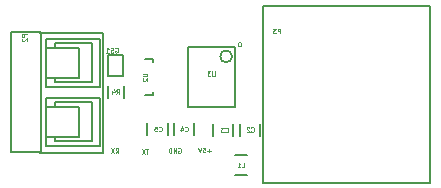
<source format=gbo>
G04 #@! TF.FileFunction,Legend,Bot*
%FSLAX46Y46*%
G04 Gerber Fmt 4.6, Leading zero omitted, Abs format (unit mm)*
G04 Created by KiCad (PCBNEW 4.0.4-stable) date 12/27/16 16:45:08*
%MOMM*%
%LPD*%
G01*
G04 APERTURE LIST*
%ADD10C,0.100000*%
%ADD11C,0.150000*%
%ADD12C,0.200000*%
%ADD13C,0.090000*%
G04 APERTURE END LIST*
D10*
X156470285Y-103965371D02*
X156165523Y-103965371D01*
X156317904Y-104117752D02*
X156317904Y-103812990D01*
X155784571Y-103717752D02*
X155975047Y-103717752D01*
X155994095Y-103908229D01*
X155975047Y-103889181D01*
X155936952Y-103870133D01*
X155841714Y-103870133D01*
X155803618Y-103889181D01*
X155784571Y-103908229D01*
X155765523Y-103946324D01*
X155765523Y-104041562D01*
X155784571Y-104079657D01*
X155803618Y-104098705D01*
X155841714Y-104117752D01*
X155936952Y-104117752D01*
X155975047Y-104098705D01*
X155994095Y-104079657D01*
X155651238Y-103717752D02*
X155517904Y-104117752D01*
X155384571Y-103717752D01*
X153720762Y-103787600D02*
X153758857Y-103768552D01*
X153816000Y-103768552D01*
X153873143Y-103787600D01*
X153911238Y-103825695D01*
X153930286Y-103863790D01*
X153949334Y-103939981D01*
X153949334Y-103997124D01*
X153930286Y-104073314D01*
X153911238Y-104111410D01*
X153873143Y-104149505D01*
X153816000Y-104168552D01*
X153777905Y-104168552D01*
X153720762Y-104149505D01*
X153701714Y-104130457D01*
X153701714Y-103997124D01*
X153777905Y-103997124D01*
X153530286Y-104168552D02*
X153530286Y-103768552D01*
X153301714Y-104168552D01*
X153301714Y-103768552D01*
X153111238Y-104168552D02*
X153111238Y-103768552D01*
X153016000Y-103768552D01*
X152958857Y-103787600D01*
X152920762Y-103825695D01*
X152901714Y-103863790D01*
X152882666Y-103939981D01*
X152882666Y-103997124D01*
X152901714Y-104073314D01*
X152920762Y-104111410D01*
X152958857Y-104149505D01*
X153016000Y-104168552D01*
X153111238Y-104168552D01*
X151180762Y-103819352D02*
X150952190Y-103819352D01*
X151066476Y-104219352D02*
X151066476Y-103819352D01*
X150856952Y-103819352D02*
X150590285Y-104219352D01*
X150590285Y-103819352D02*
X150856952Y-104219352D01*
X148402666Y-104168552D02*
X148536000Y-103978076D01*
X148631238Y-104168552D02*
X148631238Y-103768552D01*
X148478857Y-103768552D01*
X148440762Y-103787600D01*
X148421714Y-103806648D01*
X148402666Y-103844743D01*
X148402666Y-103901886D01*
X148421714Y-103939981D01*
X148440762Y-103959029D01*
X148478857Y-103978076D01*
X148631238Y-103978076D01*
X148269333Y-103768552D02*
X148002666Y-104168552D01*
X148002666Y-103768552D02*
X148269333Y-104168552D01*
D11*
X141986000Y-93980000D02*
X147320000Y-93980000D01*
X147320000Y-93980000D02*
X147320000Y-104140000D01*
X147320000Y-104140000D02*
X141986000Y-104140000D01*
X145288000Y-95260400D02*
X145288000Y-97800400D01*
X145288000Y-97800400D02*
X142494000Y-97800400D01*
X142494000Y-95260400D02*
X142494000Y-97800400D01*
X145288000Y-95260400D02*
X142494000Y-95260400D01*
X145288000Y-100264200D02*
X145288000Y-102804200D01*
X145288000Y-102804200D02*
X142494000Y-102804200D01*
X142494000Y-100264200D02*
X142494000Y-102804200D01*
X145288000Y-100264200D02*
X142494000Y-100264200D01*
X142494000Y-103566200D02*
X147066000Y-103566200D01*
X142494000Y-94498400D02*
X147066000Y-94498400D01*
X147066000Y-99502200D02*
X147066000Y-103566200D01*
X147066000Y-99502200D02*
X142494000Y-99502200D01*
X147066000Y-98562400D02*
X147066000Y-94498400D01*
X147066000Y-98562400D02*
X142494000Y-98562400D01*
X146431000Y-103185200D02*
X143256000Y-103185200D01*
X146431000Y-103185200D02*
X146431000Y-99883200D01*
X146431000Y-99883200D02*
X143256000Y-99883200D01*
X146431000Y-98181400D02*
X143256000Y-98181400D01*
X146431000Y-98181400D02*
X146431000Y-94879400D01*
X146431000Y-94879400D02*
X143256000Y-94879400D01*
X143256000Y-94879400D02*
X143256000Y-95260400D01*
X143256000Y-98181400D02*
X143256000Y-97800400D01*
X143256000Y-99883200D02*
X143256000Y-100264200D01*
X143256000Y-103185200D02*
X143256000Y-102804200D01*
X142113000Y-93940000D02*
X139573000Y-93940000D01*
X141097000Y-104125000D02*
X142113000Y-104125000D01*
X139573000Y-93940000D02*
X139573000Y-104125000D01*
X139573000Y-104125000D02*
X141097000Y-104125000D01*
X142494000Y-94498400D02*
X142494000Y-94879400D01*
X142494000Y-98562400D02*
X142494000Y-98181400D01*
X142494000Y-98181400D02*
X142494000Y-94879400D01*
X142113000Y-93940000D02*
X142113000Y-94879400D01*
X142113000Y-94879400D02*
X142113000Y-98181400D01*
X142113000Y-98181400D02*
X142113000Y-99883200D01*
X142113000Y-104125000D02*
X142113000Y-103185200D01*
X142113000Y-103185200D02*
X142113000Y-99883200D01*
X142494000Y-103566200D02*
X142494000Y-103185200D01*
X142494000Y-99502200D02*
X142494000Y-99883200D01*
X142494000Y-99883200D02*
X142494000Y-103185200D01*
X151551000Y-96450840D02*
X151551000Y-96499100D01*
X150849960Y-99249820D02*
X151551000Y-99249820D01*
X151551000Y-99249820D02*
X151551000Y-99000900D01*
X151551000Y-96450840D02*
X151551000Y-96250180D01*
X151551000Y-96250180D02*
X150849960Y-96250180D01*
D12*
X158500000Y-95239200D02*
X154500000Y-95239200D01*
X154500000Y-95239200D02*
X154500000Y-100239200D01*
X154500000Y-100239200D02*
X158500000Y-100239200D01*
X158500000Y-100239200D02*
X158500000Y-95239200D01*
X158250000Y-95989200D02*
G75*
G03X158250000Y-95989200I-500000J0D01*
G01*
D11*
X159500000Y-106050000D02*
X158500000Y-106050000D01*
X158500000Y-104350000D02*
X159500000Y-104350000D01*
X160906880Y-106680860D02*
X175003880Y-106680860D01*
X175003880Y-91694860D02*
X160906880Y-91694860D01*
X160906880Y-106680860D02*
X160906880Y-91694860D01*
X175003880Y-106680860D02*
X175003880Y-91694860D01*
X149035000Y-95866500D02*
X149035000Y-97644500D01*
X147765000Y-97644500D02*
X147765000Y-95866500D01*
X147765000Y-95866500D02*
X149035000Y-95866500D01*
X149035000Y-97644500D02*
X147765000Y-97644500D01*
X149075000Y-99500000D02*
X149075000Y-98500000D01*
X147725000Y-98500000D02*
X147725000Y-99500000D01*
X153328000Y-102659000D02*
X153328000Y-101659000D01*
X155028000Y-101659000D02*
X155028000Y-102659000D01*
X151093000Y-102659000D02*
X151093000Y-101659000D01*
X152793000Y-101659000D02*
X152793000Y-102659000D01*
X156650000Y-102700000D02*
X156650000Y-101700000D01*
X158350000Y-101700000D02*
X158350000Y-102700000D01*
X158916000Y-102700000D02*
X158916000Y-101700000D01*
X160616000Y-101700000D02*
X160616000Y-102700000D01*
D13*
X140853952Y-94104762D02*
X140453952Y-94104762D01*
X140453952Y-94257143D01*
X140473000Y-94295238D01*
X140492048Y-94314286D01*
X140530143Y-94333334D01*
X140587286Y-94333334D01*
X140625381Y-94314286D01*
X140644429Y-94295238D01*
X140663476Y-94257143D01*
X140663476Y-94104762D01*
X140492048Y-94485714D02*
X140473000Y-94504762D01*
X140453952Y-94542857D01*
X140453952Y-94638095D01*
X140473000Y-94676191D01*
X140492048Y-94695238D01*
X140530143Y-94714286D01*
X140568238Y-94714286D01*
X140625381Y-94695238D01*
X140853952Y-94466667D01*
X140853952Y-94714286D01*
X150681712Y-97445238D02*
X151005522Y-97445238D01*
X151043617Y-97464286D01*
X151062665Y-97483333D01*
X151081712Y-97521429D01*
X151081712Y-97597619D01*
X151062665Y-97635714D01*
X151043617Y-97654762D01*
X151005522Y-97673810D01*
X150681712Y-97673810D01*
X150719808Y-97845238D02*
X150700760Y-97864286D01*
X150681712Y-97902381D01*
X150681712Y-97997619D01*
X150700760Y-98035715D01*
X150719808Y-98054762D01*
X150757903Y-98073810D01*
X150795998Y-98073810D01*
X150853141Y-98054762D01*
X151081712Y-97826191D01*
X151081712Y-98073810D01*
X156804762Y-97266152D02*
X156804762Y-97589962D01*
X156785714Y-97628057D01*
X156766667Y-97647105D01*
X156728571Y-97666152D01*
X156652381Y-97666152D01*
X156614286Y-97647105D01*
X156595238Y-97628057D01*
X156576190Y-97589962D01*
X156576190Y-97266152D01*
X156423809Y-97266152D02*
X156176190Y-97266152D01*
X156309523Y-97418533D01*
X156252381Y-97418533D01*
X156214285Y-97437581D01*
X156195238Y-97456629D01*
X156176190Y-97494724D01*
X156176190Y-97589962D01*
X156195238Y-97628057D01*
X156214285Y-97647105D01*
X156252381Y-97666152D01*
X156366666Y-97666152D01*
X156404762Y-97647105D01*
X156423809Y-97628057D01*
D10*
X158938095Y-94810390D02*
X158861905Y-94810390D01*
X158785714Y-94848486D01*
X158747619Y-94924676D01*
X158747619Y-95000867D01*
X158785714Y-95077057D01*
X158861905Y-95115152D01*
X158938095Y-95115152D01*
X159014286Y-95077057D01*
X159052381Y-95000867D01*
X159052381Y-94924676D01*
X159014286Y-94848486D01*
X158938095Y-94810390D01*
D13*
X159066667Y-105380952D02*
X159257143Y-105380952D01*
X159257143Y-104980952D01*
X158723809Y-105380952D02*
X158952381Y-105380952D01*
X158838095Y-105380952D02*
X158838095Y-104980952D01*
X158876190Y-105038095D01*
X158914285Y-105076190D01*
X158952381Y-105095238D01*
X162347238Y-94033952D02*
X162347238Y-93633952D01*
X162194857Y-93633952D01*
X162156762Y-93653000D01*
X162137714Y-93672048D01*
X162118666Y-93710143D01*
X162118666Y-93767286D01*
X162137714Y-93805381D01*
X162156762Y-93824429D01*
X162194857Y-93843476D01*
X162347238Y-93843476D01*
X161985333Y-93633952D02*
X161737714Y-93633952D01*
X161871047Y-93786333D01*
X161813905Y-93786333D01*
X161775809Y-93805381D01*
X161756762Y-93824429D01*
X161737714Y-93862524D01*
X161737714Y-93957762D01*
X161756762Y-93995857D01*
X161775809Y-94014905D01*
X161813905Y-94033952D01*
X161928190Y-94033952D01*
X161966286Y-94014905D01*
X161985333Y-93995857D01*
X148371390Y-95285300D02*
X148409485Y-95266252D01*
X148466628Y-95266252D01*
X148523771Y-95285300D01*
X148561866Y-95323395D01*
X148580914Y-95361490D01*
X148599962Y-95437681D01*
X148599962Y-95494824D01*
X148580914Y-95571014D01*
X148561866Y-95609110D01*
X148523771Y-95647205D01*
X148466628Y-95666252D01*
X148428533Y-95666252D01*
X148371390Y-95647205D01*
X148352342Y-95628157D01*
X148352342Y-95494824D01*
X148428533Y-95494824D01*
X148199962Y-95647205D02*
X148142819Y-95666252D01*
X148047581Y-95666252D01*
X148009485Y-95647205D01*
X147990438Y-95628157D01*
X147971390Y-95590062D01*
X147971390Y-95551967D01*
X147990438Y-95513871D01*
X148009485Y-95494824D01*
X148047581Y-95475776D01*
X148123771Y-95456729D01*
X148161866Y-95437681D01*
X148180914Y-95418633D01*
X148199962Y-95380538D01*
X148199962Y-95342443D01*
X148180914Y-95304348D01*
X148161866Y-95285300D01*
X148123771Y-95266252D01*
X148028533Y-95266252D01*
X147971390Y-95285300D01*
X147590438Y-95666252D02*
X147819010Y-95666252D01*
X147704724Y-95666252D02*
X147704724Y-95266252D01*
X147742819Y-95323395D01*
X147780914Y-95361490D01*
X147819010Y-95380538D01*
X148466666Y-99180952D02*
X148600000Y-98990476D01*
X148695238Y-99180952D02*
X148695238Y-98780952D01*
X148542857Y-98780952D01*
X148504762Y-98800000D01*
X148485714Y-98819048D01*
X148466666Y-98857143D01*
X148466666Y-98914286D01*
X148485714Y-98952381D01*
X148504762Y-98971429D01*
X148542857Y-98990476D01*
X148695238Y-98990476D01*
X148123809Y-98914286D02*
X148123809Y-99180952D01*
X148219047Y-98761905D02*
X148314286Y-99047619D01*
X148066666Y-99047619D01*
X154266666Y-102301857D02*
X154285714Y-102320905D01*
X154342857Y-102339952D01*
X154380952Y-102339952D01*
X154438095Y-102320905D01*
X154476190Y-102282810D01*
X154495238Y-102244714D01*
X154514286Y-102168524D01*
X154514286Y-102111381D01*
X154495238Y-102035190D01*
X154476190Y-101997095D01*
X154438095Y-101959000D01*
X154380952Y-101939952D01*
X154342857Y-101939952D01*
X154285714Y-101959000D01*
X154266666Y-101978048D01*
X153923809Y-102073286D02*
X153923809Y-102339952D01*
X154019047Y-101920905D02*
X154114286Y-102206619D01*
X153866666Y-102206619D01*
X152066666Y-102301857D02*
X152085714Y-102320905D01*
X152142857Y-102339952D01*
X152180952Y-102339952D01*
X152238095Y-102320905D01*
X152276190Y-102282810D01*
X152295238Y-102244714D01*
X152314286Y-102168524D01*
X152314286Y-102111381D01*
X152295238Y-102035190D01*
X152276190Y-101997095D01*
X152238095Y-101959000D01*
X152180952Y-101939952D01*
X152142857Y-101939952D01*
X152085714Y-101959000D01*
X152066666Y-101978048D01*
X151704762Y-101939952D02*
X151895238Y-101939952D01*
X151914286Y-102130429D01*
X151895238Y-102111381D01*
X151857143Y-102092333D01*
X151761905Y-102092333D01*
X151723809Y-102111381D01*
X151704762Y-102130429D01*
X151685714Y-102168524D01*
X151685714Y-102263762D01*
X151704762Y-102301857D01*
X151723809Y-102320905D01*
X151761905Y-102339952D01*
X151857143Y-102339952D01*
X151895238Y-102320905D01*
X151914286Y-102301857D01*
X157666666Y-102383857D02*
X157685714Y-102402905D01*
X157742857Y-102421952D01*
X157780952Y-102421952D01*
X157838095Y-102402905D01*
X157876190Y-102364810D01*
X157895238Y-102326714D01*
X157914286Y-102250524D01*
X157914286Y-102193381D01*
X157895238Y-102117190D01*
X157876190Y-102079095D01*
X157838095Y-102041000D01*
X157780952Y-102021952D01*
X157742857Y-102021952D01*
X157685714Y-102041000D01*
X157666666Y-102060048D01*
X157533333Y-102021952D02*
X157285714Y-102021952D01*
X157419047Y-102174333D01*
X157361905Y-102174333D01*
X157323809Y-102193381D01*
X157304762Y-102212429D01*
X157285714Y-102250524D01*
X157285714Y-102345762D01*
X157304762Y-102383857D01*
X157323809Y-102402905D01*
X157361905Y-102421952D01*
X157476190Y-102421952D01*
X157514286Y-102402905D01*
X157533333Y-102383857D01*
X159866666Y-102342857D02*
X159885714Y-102361905D01*
X159942857Y-102380952D01*
X159980952Y-102380952D01*
X160038095Y-102361905D01*
X160076190Y-102323810D01*
X160095238Y-102285714D01*
X160114286Y-102209524D01*
X160114286Y-102152381D01*
X160095238Y-102076190D01*
X160076190Y-102038095D01*
X160038095Y-102000000D01*
X159980952Y-101980952D01*
X159942857Y-101980952D01*
X159885714Y-102000000D01*
X159866666Y-102019048D01*
X159714286Y-102019048D02*
X159695238Y-102000000D01*
X159657143Y-101980952D01*
X159561905Y-101980952D01*
X159523809Y-102000000D01*
X159504762Y-102019048D01*
X159485714Y-102057143D01*
X159485714Y-102095238D01*
X159504762Y-102152381D01*
X159733333Y-102380952D01*
X159485714Y-102380952D01*
M02*

</source>
